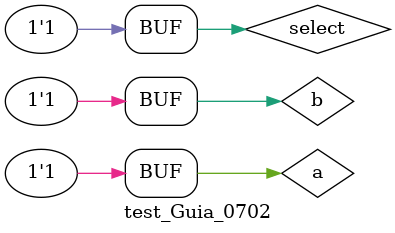
<source format=v>
/*
 Guia_0702.v
 0860668 - Ana Clara Lonczynski
*/

module Guia_0702 (output selected_out, input a, input b, input select);

// Definindo as operações lógicas
wire or_result;
wire nor_result;

assign or_result = a | b;    // Operação OR
assign nor_result = ~(a | b); // Operação NOR

// Saída selecionável pela chave de seleção (0 -> NOR, 1 -> OR)
assign selected_out = (select & or_result) | (~select & nor_result);

endmodule

// Módulo de teste
module test_Guia_0702;

reg a, b, select;
wire selected_out;

// Instanciando o módulo principal
Guia_0702 LU (selected_out, a, b, select);

// Início dos testes
initial begin
    $display("Guia_0702 - Testes da Unidade Lógica");
    $display("a b select | Selected");
    $monitor("%b %b   %b    |   %b", a, b, select, selected_out);

    // Testes com combinações de entradas e chave de seleção
    a = 0; b = 0; select = 0; #10;
    a = 0; b = 1; select = 0; #10;
    a = 1; b = 0; select = 0; #10;
    a = 1; b = 1; select = 0; #10;

    select = 1; // Mudando a chave de seleção para testar a operação OR
    a = 0; b = 0; #10;
    a = 0; b = 1; #10;
    a = 1; b = 0; #10;
    a = 1; b = 1; #10;
end

endmodule

</source>
